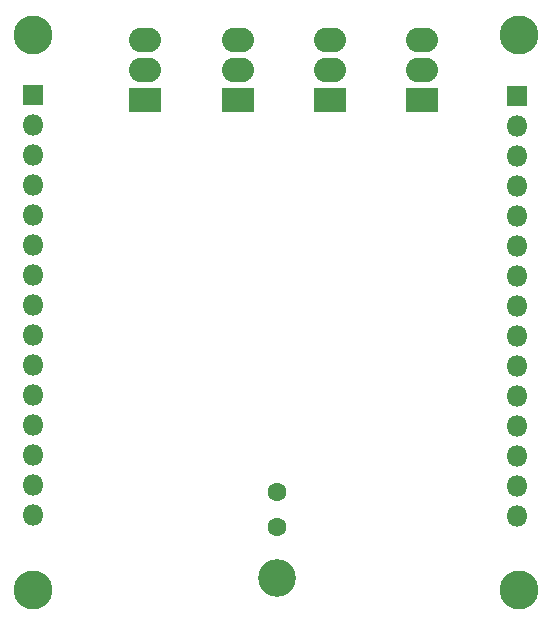
<source format=gbs>
%TF.GenerationSoftware,KiCad,Pcbnew,5.1.5+dfsg1-2build2*%
%TF.CreationDate,2021-01-24T18:32:34+01:00*%
%TF.ProjectId,PlacaDynamixel,506c6163-6144-4796-9e61-6d6978656c2e,rev?*%
%TF.SameCoordinates,Original*%
%TF.FileFunction,Soldermask,Bot*%
%TF.FilePolarity,Negative*%
%FSLAX46Y46*%
G04 Gerber Fmt 4.6, Leading zero omitted, Abs format (unit mm)*
G04 Created by KiCad (PCBNEW 5.1.5+dfsg1-2build2) date 2021-01-24 18:32:34*
%MOMM*%
%LPD*%
G04 APERTURE LIST*
%ADD10C,3.300000*%
%ADD11R,2.700000X2.100000*%
%ADD12O,2.700000X2.100000*%
%ADD13C,1.600000*%
%ADD14C,3.200000*%
%ADD15O,1.800000X1.800000*%
%ADD16R,1.800000X1.800000*%
G04 APERTURE END LIST*
D10*
X166400000Y-114600000D03*
X125200000Y-114600000D03*
X125200000Y-67600000D03*
X166400000Y-67600000D03*
D11*
X158150000Y-73150000D03*
D12*
X158150000Y-70610000D03*
X158150000Y-68070000D03*
X134750000Y-68070000D03*
X134750000Y-70610000D03*
D11*
X134750000Y-73150000D03*
D13*
X145850000Y-106325000D03*
X145850000Y-109325000D03*
D14*
X145850000Y-113645000D03*
D11*
X150350000Y-73150000D03*
D12*
X150350000Y-70610000D03*
X150350000Y-68070000D03*
X142550000Y-68070000D03*
X142550000Y-70610000D03*
D11*
X142550000Y-73150000D03*
D15*
X125225000Y-108255000D03*
X125225000Y-105715000D03*
X125225000Y-103175000D03*
X125225000Y-100635000D03*
X125225000Y-98095000D03*
X125225000Y-95555000D03*
X125225000Y-93015000D03*
X125225000Y-90475000D03*
X125225000Y-87935000D03*
X125225000Y-85395000D03*
X125225000Y-82855000D03*
X125225000Y-80315000D03*
X125225000Y-77775000D03*
X125225000Y-75235000D03*
D16*
X125225000Y-72695000D03*
X166175000Y-72775000D03*
D15*
X166175000Y-75315000D03*
X166175000Y-77855000D03*
X166175000Y-80395000D03*
X166175000Y-82935000D03*
X166175000Y-85475000D03*
X166175000Y-88015000D03*
X166175000Y-90555000D03*
X166175000Y-93095000D03*
X166175000Y-95635000D03*
X166175000Y-98175000D03*
X166175000Y-100715000D03*
X166175000Y-103255000D03*
X166175000Y-105795000D03*
X166175000Y-108335000D03*
M02*

</source>
